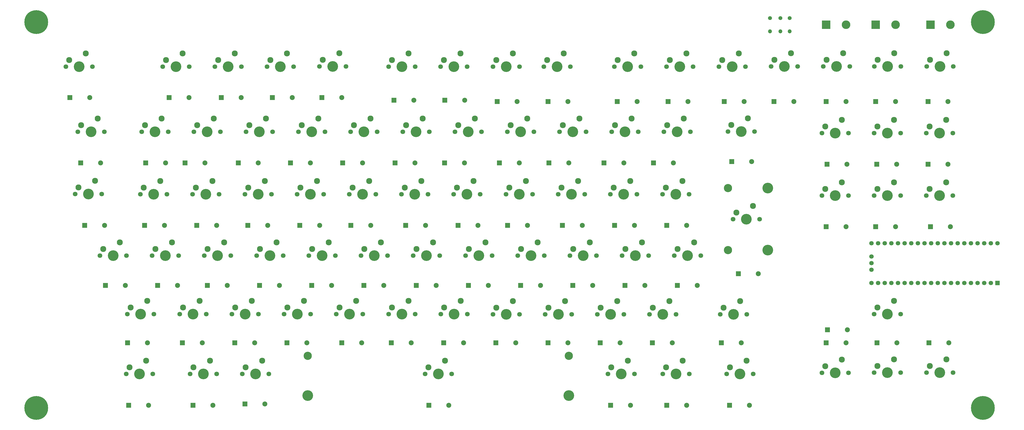
<source format=gbr>
%TF.GenerationSoftware,KiCad,Pcbnew,5.1.6-c6e7f7d~87~ubuntu20.04.1*%
%TF.CreationDate,2020-07-30T11:04:46+02:00*%
%TF.ProjectId,Keyboard-ISO,4b657962-6f61-4726-942d-49534f2e6b69,rev?*%
%TF.SameCoordinates,Original*%
%TF.FileFunction,Soldermask,Top*%
%TF.FilePolarity,Negative*%
%FSLAX46Y46*%
G04 Gerber Fmt 4.6, Leading zero omitted, Abs format (unit mm)*
G04 Created by KiCad (PCBNEW 5.1.6-c6e7f7d~87~ubuntu20.04.1) date 2020-07-30 11:04:46*
%MOMM*%
%LPD*%
G01*
G04 APERTURE LIST*
%ADD10R,1.900000X1.900000*%
%ADD11O,1.900000X1.900000*%
%ADD12C,2.300000*%
%ADD13C,4.100000*%
%ADD14C,1.800000*%
%ADD15O,3.300000X3.300000*%
%ADD16R,3.300000X3.300000*%
%ADD17C,3.150000*%
%ADD18C,9.100000*%
%ADD19C,1.500000*%
%ADD20O,1.500000X1.500000*%
%ADD21C,1.700000*%
%ADD22R,1.700000X1.700000*%
G04 APERTURE END LIST*
D10*
%TO.C,D4*%
X45380000Y-97500000D03*
D11*
X53000000Y-97500000D03*
%TD*%
D10*
%TO.C,D5*%
X83380000Y-97500000D03*
D11*
X91000000Y-97500000D03*
%TD*%
%TO.C,D6*%
X111000000Y-97500000D03*
D10*
X103380000Y-97500000D03*
%TD*%
%TO.C,D7*%
X122880000Y-97500000D03*
D11*
X130500000Y-97500000D03*
%TD*%
%TO.C,D8*%
X149500000Y-97500000D03*
D10*
X141880000Y-97500000D03*
%TD*%
%TO.C,D9*%
X169500000Y-98500000D03*
D11*
X177120000Y-98500000D03*
%TD*%
D10*
%TO.C,D10*%
X189000000Y-98500000D03*
D11*
X196620000Y-98500000D03*
%TD*%
%TO.C,D11*%
X216620000Y-99000000D03*
D10*
X209000000Y-99000000D03*
%TD*%
%TO.C,D12*%
X228500000Y-99000000D03*
D11*
X236120000Y-99000000D03*
%TD*%
%TO.C,D13*%
X262620000Y-99000000D03*
D10*
X255000000Y-99000000D03*
%TD*%
D11*
%TO.C,D14*%
X282120000Y-99000000D03*
D10*
X274500000Y-99000000D03*
%TD*%
D11*
%TO.C,D15*%
X303620000Y-99000000D03*
D10*
X296000000Y-99000000D03*
%TD*%
D11*
%TO.C,D16*%
X322620000Y-99000000D03*
D10*
X315000000Y-99000000D03*
%TD*%
%TO.C,D17*%
X335000000Y-99000000D03*
D11*
X342620000Y-99000000D03*
%TD*%
%TO.C,D18*%
X361620000Y-99000000D03*
D10*
X354000000Y-99000000D03*
%TD*%
%TO.C,D19*%
X374000000Y-99000000D03*
D11*
X381620000Y-99000000D03*
%TD*%
%TO.C,D20*%
X57120000Y-122500000D03*
D10*
X49500000Y-122500000D03*
%TD*%
D11*
%TO.C,D21*%
X82000000Y-122500000D03*
D10*
X74380000Y-122500000D03*
%TD*%
D11*
%TO.C,D22*%
X97120000Y-122500000D03*
D10*
X89500000Y-122500000D03*
%TD*%
%TO.C,D23*%
X109880000Y-122500000D03*
D11*
X117500000Y-122500000D03*
%TD*%
%TO.C,D24*%
X137500000Y-122500000D03*
D10*
X129880000Y-122500000D03*
%TD*%
%TO.C,D25*%
X149880000Y-122500000D03*
D11*
X157500000Y-122500000D03*
%TD*%
D10*
%TO.C,D26*%
X169880000Y-122500000D03*
D11*
X177500000Y-122500000D03*
%TD*%
D10*
%TO.C,D27*%
X188880000Y-122500000D03*
D11*
X196500000Y-122500000D03*
%TD*%
D10*
%TO.C,D28*%
X209880000Y-122500000D03*
D11*
X217500000Y-122500000D03*
%TD*%
%TO.C,D29*%
X236500000Y-122500000D03*
D10*
X228880000Y-122500000D03*
%TD*%
%TO.C,D30*%
X249880000Y-122500000D03*
D11*
X257500000Y-122500000D03*
%TD*%
D10*
%TO.C,D31*%
X268880000Y-122500000D03*
D11*
X276500000Y-122500000D03*
%TD*%
%TO.C,D32*%
X306500000Y-122000000D03*
D10*
X298880000Y-122000000D03*
%TD*%
D11*
%TO.C,D33*%
X343000000Y-123000000D03*
D10*
X335380000Y-123000000D03*
%TD*%
D11*
%TO.C,D34*%
X362000000Y-123000000D03*
D10*
X354380000Y-123000000D03*
%TD*%
%TO.C,D35*%
X374000000Y-123000000D03*
D11*
X381620000Y-123000000D03*
%TD*%
D10*
%TO.C,D36*%
X51000000Y-146500000D03*
D11*
X58620000Y-146500000D03*
%TD*%
%TO.C,D37*%
X81620000Y-146500000D03*
D10*
X74000000Y-146500000D03*
%TD*%
D11*
%TO.C,D38*%
X101620000Y-146500000D03*
D10*
X94000000Y-146500000D03*
%TD*%
D11*
%TO.C,D39*%
X121120000Y-146500000D03*
D10*
X113500000Y-146500000D03*
%TD*%
D11*
%TO.C,D40*%
X141000000Y-146500000D03*
D10*
X133380000Y-146500000D03*
%TD*%
D11*
%TO.C,D41*%
X160620000Y-146500000D03*
D10*
X153000000Y-146500000D03*
%TD*%
%TO.C,D42*%
X174000000Y-146500000D03*
D11*
X181620000Y-146500000D03*
%TD*%
D10*
%TO.C,D43*%
X194000000Y-146500000D03*
D11*
X201620000Y-146500000D03*
%TD*%
D10*
%TO.C,D44*%
X213000000Y-146500000D03*
D11*
X220620000Y-146500000D03*
%TD*%
D10*
%TO.C,D45*%
X234000000Y-146500000D03*
D11*
X241620000Y-146500000D03*
%TD*%
D10*
%TO.C,D46*%
X254000000Y-146500000D03*
D11*
X261620000Y-146500000D03*
%TD*%
D10*
%TO.C,D47*%
X274000000Y-146500000D03*
D11*
X281620000Y-146500000D03*
%TD*%
%TO.C,D48*%
X309000000Y-165000000D03*
D10*
X301380000Y-165000000D03*
%TD*%
%TO.C,D49*%
X335000000Y-147000000D03*
D11*
X342620000Y-147000000D03*
%TD*%
%TO.C,D50*%
X361620000Y-147000000D03*
D10*
X354000000Y-147000000D03*
%TD*%
D11*
%TO.C,D51*%
X382620000Y-147000000D03*
D10*
X375000000Y-147000000D03*
%TD*%
D11*
%TO.C,D52*%
X66620000Y-169500000D03*
D10*
X59000000Y-169500000D03*
%TD*%
D11*
%TO.C,D53*%
X86620000Y-169500000D03*
D10*
X79000000Y-169500000D03*
%TD*%
%TO.C,D54*%
X98000000Y-169500000D03*
D11*
X105620000Y-169500000D03*
%TD*%
D10*
%TO.C,D55*%
X118000000Y-169500000D03*
D11*
X125620000Y-169500000D03*
%TD*%
%TO.C,D56*%
X145620000Y-169500000D03*
D10*
X138000000Y-169500000D03*
%TD*%
D11*
%TO.C,D57*%
X165620000Y-169500000D03*
D10*
X158000000Y-169500000D03*
%TD*%
D11*
%TO.C,D58*%
X185620000Y-169500000D03*
D10*
X178000000Y-169500000D03*
%TD*%
D11*
%TO.C,D59*%
X205620000Y-169500000D03*
D10*
X198000000Y-169500000D03*
%TD*%
%TO.C,D60*%
X218000000Y-169500000D03*
D11*
X225620000Y-169500000D03*
%TD*%
D10*
%TO.C,D65*%
X88500000Y-191500000D03*
D11*
X96120000Y-191500000D03*
%TD*%
%TO.C,D66*%
X116120000Y-191500000D03*
D10*
X108500000Y-191500000D03*
%TD*%
%TO.C,D67*%
X128500000Y-191500000D03*
D11*
X136120000Y-191500000D03*
%TD*%
D10*
%TO.C,D68*%
X149500000Y-191500000D03*
D11*
X157120000Y-191500000D03*
%TD*%
%TO.C,D69*%
X176120000Y-191500000D03*
D10*
X168500000Y-191500000D03*
%TD*%
D11*
%TO.C,D70*%
X196120000Y-191500000D03*
D10*
X188500000Y-191500000D03*
%TD*%
D11*
%TO.C,D71*%
X216120000Y-191500000D03*
D10*
X208500000Y-191500000D03*
%TD*%
%TO.C,D72*%
X228500000Y-191500000D03*
D11*
X236120000Y-191500000D03*
%TD*%
D10*
%TO.C,D73*%
X248500000Y-191500000D03*
D11*
X256120000Y-191500000D03*
%TD*%
D10*
%TO.C,D74*%
X268500000Y-191500000D03*
D11*
X276120000Y-191500000D03*
%TD*%
D10*
%TO.C,D75*%
X294880000Y-191500000D03*
D11*
X302500000Y-191500000D03*
%TD*%
%TO.C,D76*%
X343120000Y-186500000D03*
D10*
X335500000Y-186500000D03*
%TD*%
D11*
%TO.C,D77*%
X75500000Y-215500000D03*
D10*
X67880000Y-215500000D03*
%TD*%
%TO.C,D81*%
X252500000Y-215500000D03*
D11*
X260120000Y-215500000D03*
%TD*%
D10*
%TO.C,D82*%
X274000000Y-215500000D03*
D11*
X281620000Y-215500000D03*
%TD*%
%TO.C,D83*%
X305620000Y-215500000D03*
D10*
X298000000Y-215500000D03*
%TD*%
D11*
%TO.C,D84*%
X342620000Y-191500000D03*
D10*
X335000000Y-191500000D03*
%TD*%
D11*
%TO.C,D85*%
X362120000Y-191500000D03*
D10*
X354500000Y-191500000D03*
%TD*%
%TO.C,D86*%
X374380000Y-191500000D03*
D11*
X382000000Y-191500000D03*
%TD*%
D12*
%TO.C,SW1*%
X51500000Y-80500000D03*
X45150000Y-83040000D03*
D13*
X48960000Y-85580000D03*
D14*
X43880000Y-85580000D03*
X54040000Y-85580000D03*
%TD*%
%TO.C,SW2*%
X91080000Y-85580000D03*
X80920000Y-85580000D03*
D13*
X86000000Y-85580000D03*
D12*
X82190000Y-83040000D03*
X88540000Y-80500000D03*
%TD*%
%TO.C,SW3*%
X108500000Y-80500000D03*
X102150000Y-83040000D03*
D13*
X105960000Y-85580000D03*
D14*
X100880000Y-85580000D03*
X111040000Y-85580000D03*
%TD*%
D12*
%TO.C,SW4*%
X128500000Y-80500000D03*
X122150000Y-83040000D03*
D13*
X125960000Y-85580000D03*
D14*
X120880000Y-85580000D03*
X131040000Y-85580000D03*
%TD*%
%TO.C,SW5*%
X151080000Y-85500000D03*
X140920000Y-85500000D03*
D13*
X146000000Y-85500000D03*
D12*
X142190000Y-82960000D03*
X148540000Y-80420000D03*
%TD*%
%TO.C,SW6*%
X175040000Y-80500000D03*
X168690000Y-83040000D03*
D13*
X172500000Y-85580000D03*
D14*
X167420000Y-85580000D03*
X177580000Y-85580000D03*
%TD*%
%TO.C,SW7*%
X197540000Y-85580000D03*
X187380000Y-85580000D03*
D13*
X192460000Y-85580000D03*
D12*
X188650000Y-83040000D03*
X195000000Y-80500000D03*
%TD*%
%TO.C,SW8*%
X215000000Y-80500000D03*
X208650000Y-83040000D03*
D13*
X212460000Y-85580000D03*
D14*
X207380000Y-85580000D03*
X217540000Y-85580000D03*
%TD*%
%TO.C,SW9*%
X237040000Y-85580000D03*
X226880000Y-85580000D03*
D13*
X231960000Y-85580000D03*
D12*
X228150000Y-83040000D03*
X234500000Y-80500000D03*
%TD*%
D14*
%TO.C,SW10*%
X264040000Y-85580000D03*
X253880000Y-85580000D03*
D13*
X258960000Y-85580000D03*
D12*
X255150000Y-83040000D03*
X261500000Y-80500000D03*
%TD*%
%TO.C,SW11*%
X281500000Y-80500000D03*
X275150000Y-83040000D03*
D13*
X278960000Y-85580000D03*
D14*
X273880000Y-85580000D03*
X284040000Y-85580000D03*
%TD*%
%TO.C,SW12*%
X304080000Y-85580000D03*
X293920000Y-85580000D03*
D13*
X299000000Y-85580000D03*
D12*
X295190000Y-83040000D03*
X301540000Y-80500000D03*
%TD*%
%TO.C,SW13*%
X321540000Y-80420000D03*
X315190000Y-82960000D03*
D13*
X319000000Y-85500000D03*
D14*
X313920000Y-85500000D03*
X324080000Y-85500000D03*
%TD*%
D12*
%TO.C,SW14*%
X341540000Y-80420000D03*
X335190000Y-82960000D03*
D13*
X339000000Y-85500000D03*
D14*
X333920000Y-85500000D03*
X344080000Y-85500000D03*
%TD*%
%TO.C,SW15*%
X363660000Y-85500000D03*
X353500000Y-85500000D03*
D13*
X358580000Y-85500000D03*
D12*
X354770000Y-82960000D03*
X361120000Y-80420000D03*
%TD*%
%TO.C,SW16*%
X381120000Y-80420000D03*
X374770000Y-82960000D03*
D13*
X378580000Y-85500000D03*
D14*
X373500000Y-85500000D03*
X383660000Y-85500000D03*
%TD*%
%TO.C,SW19*%
X103040000Y-110580000D03*
X92880000Y-110580000D03*
D13*
X97960000Y-110580000D03*
D12*
X94150000Y-108040000D03*
X100500000Y-105500000D03*
%TD*%
D14*
%TO.C,SW20*%
X123040000Y-110580000D03*
X112880000Y-110580000D03*
D13*
X117960000Y-110580000D03*
D12*
X114150000Y-108040000D03*
X120500000Y-105500000D03*
%TD*%
D14*
%TO.C,SW21*%
X143040000Y-110580000D03*
X132880000Y-110580000D03*
D13*
X137960000Y-110580000D03*
D12*
X134150000Y-108040000D03*
X140500000Y-105500000D03*
%TD*%
%TO.C,SW22*%
X160500000Y-105500000D03*
X154150000Y-108040000D03*
D13*
X157960000Y-110580000D03*
D14*
X152880000Y-110580000D03*
X163040000Y-110580000D03*
%TD*%
%TO.C,SW23*%
X183040000Y-110580000D03*
X172880000Y-110580000D03*
D13*
X177960000Y-110580000D03*
D12*
X174150000Y-108040000D03*
X180500000Y-105500000D03*
%TD*%
%TO.C,SW24*%
X200500000Y-105500000D03*
X194150000Y-108040000D03*
D13*
X197960000Y-110580000D03*
D14*
X192880000Y-110580000D03*
X203040000Y-110580000D03*
%TD*%
%TO.C,SW25*%
X223040000Y-110580000D03*
X212880000Y-110580000D03*
D13*
X217960000Y-110580000D03*
D12*
X214150000Y-108040000D03*
X220500000Y-105500000D03*
%TD*%
%TO.C,SW26*%
X240500000Y-105500000D03*
X234150000Y-108040000D03*
D13*
X237960000Y-110580000D03*
D14*
X232880000Y-110580000D03*
X243040000Y-110580000D03*
%TD*%
%TO.C,SW27*%
X263040000Y-110580000D03*
X252880000Y-110580000D03*
D13*
X257960000Y-110580000D03*
D12*
X254150000Y-108040000D03*
X260500000Y-105500000D03*
%TD*%
%TO.C,SW28*%
X280500000Y-105500000D03*
X274150000Y-108040000D03*
D13*
X277960000Y-110580000D03*
D14*
X272880000Y-110580000D03*
X283040000Y-110580000D03*
%TD*%
D12*
%TO.C,SW31*%
X361000000Y-106000000D03*
X354650000Y-108540000D03*
D13*
X358460000Y-111080000D03*
D14*
X353380000Y-111080000D03*
X363540000Y-111080000D03*
%TD*%
%TO.C,SW32*%
X383540000Y-111080000D03*
X373380000Y-111080000D03*
D13*
X378460000Y-111080000D03*
D12*
X374650000Y-108540000D03*
X381000000Y-106000000D03*
%TD*%
%TO.C,SW35*%
X100000000Y-129500000D03*
X93650000Y-132040000D03*
D13*
X97460000Y-134580000D03*
D14*
X92380000Y-134580000D03*
X102540000Y-134580000D03*
%TD*%
D12*
%TO.C,SW36*%
X120000000Y-129500000D03*
X113650000Y-132040000D03*
D13*
X117460000Y-134580000D03*
D14*
X112380000Y-134580000D03*
X122540000Y-134580000D03*
%TD*%
%TO.C,SW37*%
X142540000Y-134580000D03*
X132380000Y-134580000D03*
D13*
X137460000Y-134580000D03*
D12*
X133650000Y-132040000D03*
X140000000Y-129500000D03*
%TD*%
%TO.C,SW38*%
X160000000Y-129500000D03*
X153650000Y-132040000D03*
D13*
X157460000Y-134580000D03*
D14*
X152380000Y-134580000D03*
X162540000Y-134580000D03*
%TD*%
%TO.C,SW39*%
X182540000Y-134580000D03*
X172380000Y-134580000D03*
D13*
X177460000Y-134580000D03*
D12*
X173650000Y-132040000D03*
X180000000Y-129500000D03*
%TD*%
%TO.C,SW40*%
X200000000Y-129500000D03*
X193650000Y-132040000D03*
D13*
X197460000Y-134580000D03*
D14*
X192380000Y-134580000D03*
X202540000Y-134580000D03*
%TD*%
%TO.C,SW41*%
X222540000Y-134580000D03*
X212380000Y-134580000D03*
D13*
X217460000Y-134580000D03*
D12*
X213650000Y-132040000D03*
X220000000Y-129500000D03*
%TD*%
D14*
%TO.C,SW42*%
X242540000Y-134580000D03*
X232380000Y-134580000D03*
D13*
X237460000Y-134580000D03*
D12*
X233650000Y-132040000D03*
X240000000Y-129500000D03*
%TD*%
%TO.C,SW43*%
X260000000Y-129500000D03*
X253650000Y-132040000D03*
D13*
X257460000Y-134580000D03*
D14*
X252380000Y-134580000D03*
X262540000Y-134580000D03*
%TD*%
%TO.C,SW44*%
X282540000Y-134580000D03*
X272380000Y-134580000D03*
D13*
X277460000Y-134580000D03*
D12*
X273650000Y-132040000D03*
X280000000Y-129500000D03*
%TD*%
%TO.C,SW46*%
X341000000Y-130000000D03*
X334650000Y-132540000D03*
D13*
X338460000Y-135080000D03*
D14*
X333380000Y-135080000D03*
X343540000Y-135080000D03*
%TD*%
%TO.C,SW47*%
X363540000Y-135080000D03*
X353380000Y-135080000D03*
D13*
X358460000Y-135080000D03*
D12*
X354650000Y-132540000D03*
X361000000Y-130000000D03*
%TD*%
%TO.C,SW48*%
X381000000Y-130000000D03*
X374650000Y-132540000D03*
D13*
X378460000Y-135080000D03*
D14*
X373380000Y-135080000D03*
X383540000Y-135080000D03*
%TD*%
%TO.C,SW49*%
X67080000Y-158080000D03*
X56920000Y-158080000D03*
D13*
X62000000Y-158080000D03*
D12*
X58190000Y-155540000D03*
X64540000Y-153000000D03*
%TD*%
D14*
%TO.C,SW50*%
X87040000Y-158080000D03*
X76880000Y-158080000D03*
D13*
X81960000Y-158080000D03*
D12*
X78150000Y-155540000D03*
X84500000Y-153000000D03*
%TD*%
D14*
%TO.C,SW51*%
X107040000Y-158080000D03*
X96880000Y-158080000D03*
D13*
X101960000Y-158080000D03*
D12*
X98150000Y-155540000D03*
X104500000Y-153000000D03*
%TD*%
D14*
%TO.C,SW52*%
X127040000Y-158080000D03*
X116880000Y-158080000D03*
D13*
X121960000Y-158080000D03*
D12*
X118150000Y-155540000D03*
X124500000Y-153000000D03*
%TD*%
%TO.C,SW53*%
X144500000Y-153000000D03*
X138150000Y-155540000D03*
D13*
X141960000Y-158080000D03*
D14*
X136880000Y-158080000D03*
X147040000Y-158080000D03*
%TD*%
%TO.C,SW54*%
X167040000Y-158080000D03*
X156880000Y-158080000D03*
D13*
X161960000Y-158080000D03*
D12*
X158150000Y-155540000D03*
X164500000Y-153000000D03*
%TD*%
%TO.C,SW55*%
X184500000Y-153000000D03*
X178150000Y-155540000D03*
D13*
X181960000Y-158080000D03*
D14*
X176880000Y-158080000D03*
X187040000Y-158080000D03*
%TD*%
%TO.C,SW56*%
X207040000Y-158080000D03*
X196880000Y-158080000D03*
D13*
X201960000Y-158080000D03*
D12*
X198150000Y-155540000D03*
X204500000Y-153000000D03*
%TD*%
%TO.C,SW57*%
X224500000Y-153000000D03*
X218150000Y-155540000D03*
D13*
X221960000Y-158080000D03*
D14*
X216880000Y-158080000D03*
X227040000Y-158080000D03*
%TD*%
D12*
%TO.C,SW58*%
X244500000Y-153000000D03*
X238150000Y-155540000D03*
D13*
X241960000Y-158080000D03*
D14*
X236880000Y-158080000D03*
X247040000Y-158080000D03*
%TD*%
%TO.C,SW59*%
X267040000Y-158080000D03*
X256880000Y-158080000D03*
D13*
X261960000Y-158080000D03*
D12*
X258150000Y-155540000D03*
X264500000Y-153000000D03*
%TD*%
%TO.C,SW60*%
X284500000Y-153000000D03*
X278150000Y-155540000D03*
D13*
X281960000Y-158080000D03*
D14*
X276880000Y-158080000D03*
X287040000Y-158080000D03*
%TD*%
D12*
%TO.C,SW65*%
X155040000Y-175420000D03*
X148690000Y-177960000D03*
D13*
X152500000Y-180500000D03*
D14*
X147420000Y-180500000D03*
X157580000Y-180500000D03*
%TD*%
%TO.C,SW66*%
X177580000Y-180500000D03*
X167420000Y-180500000D03*
D13*
X172500000Y-180500000D03*
D12*
X168690000Y-177960000D03*
X175040000Y-175420000D03*
%TD*%
D14*
%TO.C,SW67*%
X197580000Y-180500000D03*
X187420000Y-180500000D03*
D13*
X192500000Y-180500000D03*
D12*
X188690000Y-177960000D03*
X195040000Y-175420000D03*
%TD*%
%TO.C,SW68*%
X215000000Y-175500000D03*
X208650000Y-178040000D03*
D13*
X212460000Y-180580000D03*
D14*
X207380000Y-180580000D03*
X217540000Y-180580000D03*
%TD*%
%TO.C,SW69*%
X237540000Y-180580000D03*
X227380000Y-180580000D03*
D13*
X232460000Y-180580000D03*
D12*
X228650000Y-178040000D03*
X235000000Y-175500000D03*
%TD*%
D14*
%TO.C,SW70*%
X257540000Y-180580000D03*
X247380000Y-180580000D03*
D13*
X252460000Y-180580000D03*
D12*
X248650000Y-178040000D03*
X255000000Y-175500000D03*
%TD*%
D14*
%TO.C,SW71*%
X277540000Y-180580000D03*
X267380000Y-180580000D03*
D13*
X272460000Y-180580000D03*
D12*
X268650000Y-178040000D03*
X275000000Y-175500000D03*
%TD*%
%TO.C,SW76*%
X119000000Y-198420000D03*
X112650000Y-200960000D03*
D13*
X116460000Y-203500000D03*
D14*
X111380000Y-203500000D03*
X121540000Y-203500000D03*
%TD*%
%TO.C,SW82*%
X363580000Y-203000000D03*
X353420000Y-203000000D03*
D13*
X358500000Y-203000000D03*
D12*
X354690000Y-200460000D03*
X361040000Y-197920000D03*
%TD*%
D14*
%TO.C,SW83*%
X383580000Y-203000000D03*
X373420000Y-203000000D03*
D13*
X378500000Y-203000000D03*
D12*
X374690000Y-200460000D03*
X381040000Y-197920000D03*
%TD*%
D11*
%TO.C,D61*%
X245620000Y-169500000D03*
D10*
X238000000Y-169500000D03*
%TD*%
%TO.C,D62*%
X258000000Y-169500000D03*
D11*
X265620000Y-169500000D03*
%TD*%
D10*
%TO.C,D63*%
X278000000Y-169500000D03*
D11*
X285620000Y-169500000D03*
%TD*%
D10*
%TO.C,D64*%
X67500000Y-191500000D03*
D11*
X75120000Y-191500000D03*
%TD*%
D10*
%TO.C,D78*%
X92500000Y-215500000D03*
D11*
X100120000Y-215500000D03*
%TD*%
%TO.C,D79*%
X120000000Y-215000000D03*
D10*
X112380000Y-215000000D03*
%TD*%
D11*
%TO.C,D80*%
X190500000Y-215500000D03*
D10*
X182880000Y-215500000D03*
%TD*%
D14*
%TO.C,SW61*%
X77580000Y-180500000D03*
X67420000Y-180500000D03*
D13*
X72500000Y-180500000D03*
D12*
X68690000Y-177960000D03*
X75040000Y-175420000D03*
%TD*%
%TO.C,SW62*%
X95040000Y-175420000D03*
X88690000Y-177960000D03*
D13*
X92500000Y-180500000D03*
D14*
X87420000Y-180500000D03*
X97580000Y-180500000D03*
%TD*%
%TO.C,SW63*%
X117580000Y-180500000D03*
X107420000Y-180500000D03*
D13*
X112500000Y-180500000D03*
D12*
X108690000Y-177960000D03*
X115040000Y-175420000D03*
%TD*%
%TO.C,SW64*%
X135040000Y-175420000D03*
X128690000Y-177960000D03*
D13*
X132500000Y-180500000D03*
D14*
X127420000Y-180500000D03*
X137580000Y-180500000D03*
%TD*%
D12*
%TO.C,SW79*%
X280040000Y-198420000D03*
X273690000Y-200960000D03*
D13*
X277500000Y-203500000D03*
D14*
X272420000Y-203500000D03*
X282580000Y-203500000D03*
%TD*%
D15*
%TO.C,D1*%
X342620000Y-69500000D03*
D16*
X335000000Y-69500000D03*
%TD*%
%TO.C,D2*%
X354000000Y-69500000D03*
D15*
X361620000Y-69500000D03*
%TD*%
D16*
%TO.C,D3*%
X375000000Y-69500000D03*
D15*
X382620000Y-69500000D03*
%TD*%
D12*
%TO.C,SW45*%
X307000000Y-139000000D03*
X300650000Y-141540000D03*
D13*
X304460000Y-144080000D03*
D14*
X299380000Y-144080000D03*
X309540000Y-144080000D03*
D13*
X312700000Y-132180000D03*
X312700000Y-155980000D03*
D17*
X297460000Y-155980000D03*
X297460000Y-132180000D03*
%TD*%
D18*
%TO.C,J3*%
X32500000Y-68500000D03*
%TD*%
%TO.C,J5*%
X32500000Y-216500000D03*
%TD*%
%TO.C,J2*%
X395000000Y-68500000D03*
%TD*%
%TO.C,J4*%
X395000000Y-216500000D03*
%TD*%
D12*
%TO.C,SW80*%
X304540000Y-198420000D03*
X298190000Y-200960000D03*
D13*
X302000000Y-203500000D03*
D14*
X296920000Y-203500000D03*
X307080000Y-203500000D03*
%TD*%
D12*
%TO.C,SW77*%
X189040000Y-198420000D03*
X182690000Y-200960000D03*
D13*
X186500000Y-203500000D03*
D14*
X181420000Y-203500000D03*
X191580000Y-203500000D03*
D13*
X236500000Y-211740000D03*
X136500000Y-211740000D03*
D17*
X136500000Y-196500000D03*
X236500000Y-196500000D03*
%TD*%
D12*
%TO.C,SW78*%
X259040000Y-198420000D03*
X252690000Y-200960000D03*
D13*
X256500000Y-203500000D03*
D14*
X251420000Y-203500000D03*
X261580000Y-203500000D03*
%TD*%
D12*
%TO.C,SW74*%
X74540000Y-198420000D03*
X68190000Y-200960000D03*
D13*
X72000000Y-203500000D03*
D14*
X66920000Y-203500000D03*
X77080000Y-203500000D03*
%TD*%
D12*
%TO.C,SW75*%
X99040000Y-198420000D03*
X92690000Y-200960000D03*
D13*
X96500000Y-203500000D03*
D14*
X91420000Y-203500000D03*
X101580000Y-203500000D03*
%TD*%
D12*
%TO.C,SW17*%
X56000000Y-105500000D03*
X49650000Y-108040000D03*
D13*
X53460000Y-110580000D03*
D14*
X48380000Y-110580000D03*
X58540000Y-110580000D03*
%TD*%
D12*
%TO.C,SW18*%
X80540000Y-105500000D03*
X74190000Y-108040000D03*
D13*
X78000000Y-110580000D03*
D14*
X72920000Y-110580000D03*
X83080000Y-110580000D03*
%TD*%
%TO.C,SW29*%
X307580000Y-110500000D03*
X297420000Y-110500000D03*
D13*
X302500000Y-110500000D03*
D12*
X298690000Y-107960000D03*
X305040000Y-105420000D03*
%TD*%
%TO.C,SW30*%
X341000000Y-106000000D03*
X334650000Y-108540000D03*
D13*
X338460000Y-111080000D03*
D14*
X333380000Y-111080000D03*
X343540000Y-111080000D03*
%TD*%
D12*
%TO.C,SW81*%
X341040000Y-198000000D03*
X334690000Y-200540000D03*
D13*
X338500000Y-203080000D03*
D14*
X333420000Y-203080000D03*
X343580000Y-203080000D03*
%TD*%
D12*
%TO.C,SW72*%
X302040000Y-175500000D03*
X295690000Y-178040000D03*
D13*
X299500000Y-180580000D03*
D14*
X294420000Y-180580000D03*
X304580000Y-180580000D03*
%TD*%
D12*
%TO.C,SW33*%
X55040000Y-129420000D03*
X48690000Y-131960000D03*
D13*
X52500000Y-134500000D03*
D14*
X47420000Y-134500000D03*
X57580000Y-134500000D03*
%TD*%
D12*
%TO.C,SW34*%
X80000000Y-129500000D03*
X73650000Y-132040000D03*
D13*
X77460000Y-134580000D03*
D14*
X72380000Y-134580000D03*
X82540000Y-134580000D03*
%TD*%
D12*
%TO.C,SW73*%
X361040000Y-175420000D03*
X354690000Y-177960000D03*
D13*
X358500000Y-180500000D03*
D14*
X353420000Y-180500000D03*
X363580000Y-180500000D03*
%TD*%
D19*
%TO.C,R1*%
X313500000Y-67000000D03*
D20*
X313500000Y-72080000D03*
%TD*%
%TO.C,R2*%
X317500000Y-72080000D03*
D19*
X317500000Y-67000000D03*
%TD*%
%TO.C,R3*%
X321000000Y-67000000D03*
D20*
X321000000Y-72080000D03*
%TD*%
D21*
%TO.C,U1*%
X380310000Y-168620000D03*
X377770000Y-168620000D03*
X375230000Y-168620000D03*
X382850000Y-168620000D03*
X385390000Y-168620000D03*
X387930000Y-168620000D03*
X390470000Y-168620000D03*
X393010000Y-168620000D03*
X395550000Y-168620000D03*
X398090000Y-168620000D03*
D22*
X400630000Y-168620000D03*
D21*
X372690000Y-168620000D03*
X370150000Y-168620000D03*
X367610000Y-168620000D03*
X365070000Y-168620000D03*
X362530000Y-168620000D03*
X359990000Y-168620000D03*
X357450000Y-168620000D03*
X354910000Y-168620000D03*
X352370000Y-168620000D03*
X352370000Y-163540000D03*
X352370000Y-161000000D03*
X352370000Y-158460000D03*
X352370000Y-153380000D03*
X354910000Y-153380000D03*
X357450000Y-153380000D03*
X359990000Y-153380000D03*
X362530000Y-153380000D03*
X365070000Y-153380000D03*
X367610000Y-153380000D03*
X370150000Y-153380000D03*
X372690000Y-153380000D03*
X375230000Y-153380000D03*
X377770000Y-153380000D03*
X380310000Y-153380000D03*
X382850000Y-153380000D03*
X385390000Y-153380000D03*
X387930000Y-153380000D03*
X390470000Y-153380000D03*
X393010000Y-153380000D03*
X395550000Y-153380000D03*
X398090000Y-153380000D03*
X400630000Y-153380000D03*
%TD*%
M02*

</source>
